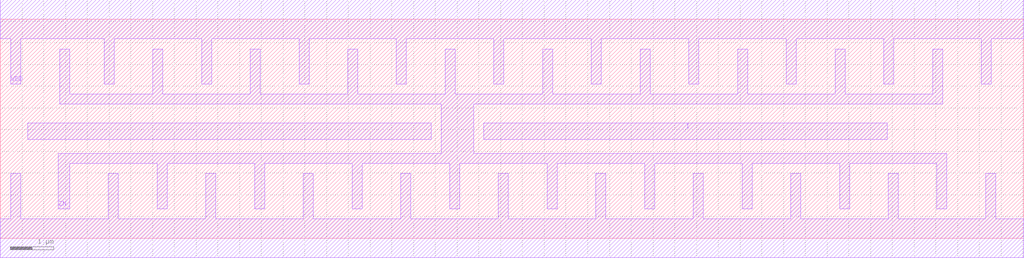
<source format=lef>
# Copyright 2022 GlobalFoundries PDK Authors
#
# Licensed under the Apache License, Version 2.0 (the "License");
# you may not use this file except in compliance with the License.
# You may obtain a copy of the License at
#
#      http://www.apache.org/licenses/LICENSE-2.0
#
# Unless required by applicable law or agreed to in writing, software
# distributed under the License is distributed on an "AS IS" BASIS,
# WITHOUT WARRANTIES OR CONDITIONS OF ANY KIND, either express or implied.
# See the License for the specific language governing permissions and
# limitations under the License.

MACRO gf180mcu_fd_sc_mcu9t5v0__inv_20
  CLASS core ;
  FOREIGN gf180mcu_fd_sc_mcu9t5v0__inv_20 0.0 0.0 ;
  ORIGIN 0 0 ;
  SYMMETRY X Y ;
  SITE GF018hv5v_green_sc9 ;
  SIZE 23.52 BY 5.04 ;
  PIN I
    DIRECTION INPUT ;
    ANTENNAGATEAREA 34.14 ;
    PORT
      LAYER METAL1 ;
        POLYGON 0.63 2.27 9.9 2.27 9.9 2.65 0.63 2.65  ;
        POLYGON 11.11 2.27 20.38 2.27 20.38 2.65 11.11 2.65  ;
    END
  END I
  PIN ZN
    DIRECTION OUTPUT ;
    ANTENNADIFFAREA 18.21 ;
    PORT
      LAYER METAL1 ;
        POLYGON 1.365 3.09 10.13 3.09 10.13 1.95 1.335 1.95 1.335 0.68 1.595 0.68 1.595 1.72 3.605 1.72 3.605 0.68 3.835 0.68 3.835 1.72 5.845 1.72 5.845 0.68 6.075 0.68 6.075 1.72 8.085 1.72 8.085 0.68 8.315 0.68 8.315 1.72 10.325 1.72 10.325 0.68 10.555 0.68 10.555 1.72 12.565 1.72 12.565 0.68 12.795 0.68 12.795 1.72 14.805 1.72 14.805 0.68 15.035 0.68 15.035 1.72 17.045 1.72 17.045 0.68 17.275 0.68 17.275 1.72 19.285 1.72 19.285 0.68 19.515 0.68 19.515 1.72 21.525 1.72 21.525 0.68 21.755 0.68 21.755 1.95 10.88 1.95 10.88 3.09 21.655 3.09 21.655 4.36 21.425 4.36 21.425 3.32 19.415 3.32 19.415 4.36 19.185 4.36 19.185 3.32 17.175 3.32 17.175 4.36 16.945 4.36 16.945 3.32 14.935 3.32 14.935 4.36 14.705 4.36 14.705 3.32 12.695 3.32 12.695 4.36 12.465 4.36 12.465 3.32 10.455 3.32 10.455 4.36 10.225 4.36 10.225 3.32 8.215 3.32 8.215 4.36 7.985 4.36 7.985 3.32 5.975 3.32 5.975 4.36 5.745 4.36 5.745 3.32 3.735 3.32 3.735 4.36 3.505 4.36 3.505 3.32 1.595 3.32 1.595 4.36 1.365 4.36  ;
    END
  END ZN
  PIN VDD
    DIRECTION INOUT ;
    USE power ;
    SHAPE ABUTMENT ;
    PORT
      LAYER METAL1 ;
        POLYGON 0 4.59 0.245 4.59 0.245 3.55 0.475 3.55 0.475 4.59 2.385 4.59 2.385 3.55 2.615 3.55 2.615 4.59 4.625 4.59 4.625 3.55 4.855 3.55 4.855 4.59 6.865 4.59 6.865 3.55 7.095 3.55 7.095 4.59 9.105 4.59 9.105 3.55 9.335 3.55 9.335 4.59 11.345 4.59 11.345 3.55 11.575 3.55 11.575 4.59 13.585 4.59 13.585 3.55 13.815 3.55 13.815 4.59 15.825 4.59 15.825 3.55 16.055 3.55 16.055 4.59 18.065 4.59 18.065 3.55 18.295 3.55 18.295 4.59 20.305 4.59 20.305 3.55 20.535 3.55 20.535 4.59 22.545 4.59 22.545 3.55 22.775 3.55 22.775 4.59 23.52 4.59 23.52 5.49 0 5.49  ;
    END
  END VDD
  PIN VSS
    DIRECTION INOUT ;
    USE ground ;
    SHAPE ABUTMENT ;
    PORT
      LAYER METAL1 ;
        POLYGON 0 -0.45 23.52 -0.45 23.52 0.45 22.875 0.45 22.875 1.49 22.645 1.49 22.645 0.45 20.635 0.45 20.635 1.49 20.405 1.49 20.405 0.45 18.395 0.45 18.395 1.49 18.165 1.49 18.165 0.45 16.155 0.45 16.155 1.49 15.925 1.49 15.925 0.45 13.915 0.45 13.915 1.49 13.685 1.49 13.685 0.45 11.675 0.45 11.675 1.49 11.445 1.49 11.445 0.45 9.435 0.45 9.435 1.49 9.205 1.49 9.205 0.45 7.195 0.45 7.195 1.49 6.965 1.49 6.965 0.45 4.955 0.45 4.955 1.49 4.725 1.49 4.725 0.45 2.715 0.45 2.715 1.49 2.485 1.49 2.485 0.45 0.475 0.45 0.475 1.49 0.245 1.49 0.245 0.45 0 0.45  ;
    END
  END VSS
END gf180mcu_fd_sc_mcu9t5v0__inv_20

</source>
